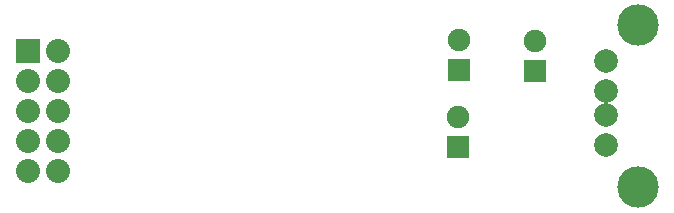
<source format=gbs>
G04 (created by PCBNEW-RS274X (2012-jan-04)-stable) date Thu 15 Nov 2012 21:08:36 CET*
G01*
G70*
G90*
%MOIN*%
G04 Gerber Fmt 3.4, Leading zero omitted, Abs format*
%FSLAX34Y34*%
G04 APERTURE LIST*
%ADD10C,0.006000*%
%ADD11C,0.079100*%
%ADD12C,0.138100*%
%ADD13R,0.075000X0.075000*%
%ADD14C,0.075000*%
%ADD15R,0.080000X0.080000*%
%ADD16C,0.080000*%
G04 APERTURE END LIST*
G54D10*
G54D11*
X61800Y-39725D03*
X61800Y-40725D03*
X61800Y-41525D03*
X61800Y-42525D03*
G54D12*
X62850Y-38525D03*
X62850Y-43925D03*
G54D13*
X56900Y-40025D03*
G54D14*
X56900Y-39025D03*
G54D13*
X56850Y-42575D03*
G54D14*
X56850Y-41575D03*
G54D13*
X59425Y-40050D03*
G54D14*
X59425Y-39050D03*
G54D15*
X42525Y-39375D03*
G54D16*
X43525Y-39375D03*
X42525Y-40375D03*
X43525Y-40375D03*
X42525Y-41375D03*
X43525Y-41375D03*
X42525Y-42375D03*
X43525Y-42375D03*
X42525Y-43375D03*
X43525Y-43375D03*
M02*

</source>
